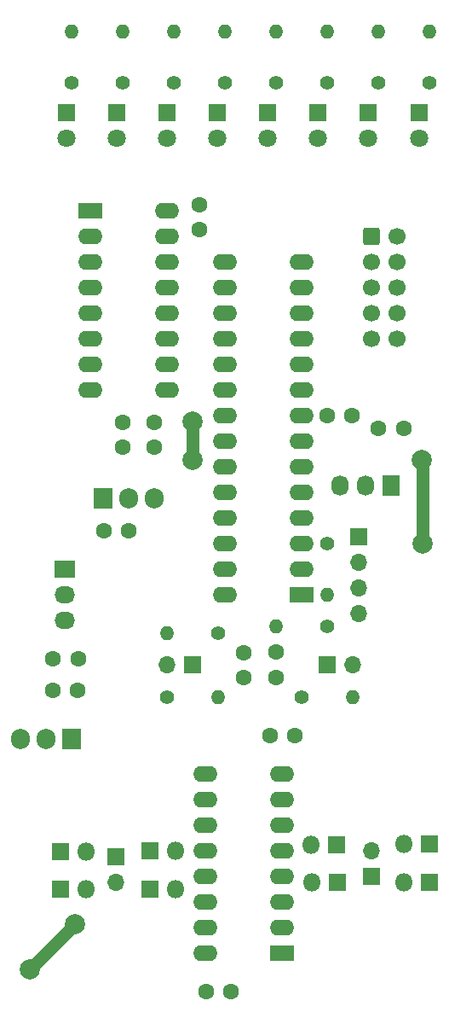
<source format=gbr>
%TF.GenerationSoftware,KiCad,Pcbnew,7.0.1*%
%TF.CreationDate,2023-03-14T16:08:26+01:00*%
%TF.ProjectId,CxCat,43784361-742e-46b6-9963-61645f706362,rev?*%
%TF.SameCoordinates,Original*%
%TF.FileFunction,Copper,L1,Top*%
%TF.FilePolarity,Positive*%
%FSLAX46Y46*%
G04 Gerber Fmt 4.6, Leading zero omitted, Abs format (unit mm)*
G04 Created by KiCad (PCBNEW 7.0.1) date 2023-03-14 16:08:26*
%MOMM*%
%LPD*%
G01*
G04 APERTURE LIST*
G04 Aperture macros list*
%AMRoundRect*
0 Rectangle with rounded corners*
0 $1 Rounding radius*
0 $2 $3 $4 $5 $6 $7 $8 $9 X,Y pos of 4 corners*
0 Add a 4 corners polygon primitive as box body*
4,1,4,$2,$3,$4,$5,$6,$7,$8,$9,$2,$3,0*
0 Add four circle primitives for the rounded corners*
1,1,$1+$1,$2,$3*
1,1,$1+$1,$4,$5*
1,1,$1+$1,$6,$7*
1,1,$1+$1,$8,$9*
0 Add four rect primitives between the rounded corners*
20,1,$1+$1,$2,$3,$4,$5,0*
20,1,$1+$1,$4,$5,$6,$7,0*
20,1,$1+$1,$6,$7,$8,$9,0*
20,1,$1+$1,$8,$9,$2,$3,0*%
G04 Aperture macros list end*
%TA.AperFunction,ComponentPad*%
%ADD10C,1.600000*%
%TD*%
%TA.AperFunction,ComponentPad*%
%ADD11C,1.400000*%
%TD*%
%TA.AperFunction,ComponentPad*%
%ADD12O,1.400000X1.400000*%
%TD*%
%TA.AperFunction,ComponentPad*%
%ADD13R,1.700000X1.700000*%
%TD*%
%TA.AperFunction,ComponentPad*%
%ADD14O,1.700000X1.700000*%
%TD*%
%TA.AperFunction,ComponentPad*%
%ADD15R,2.030000X1.730000*%
%TD*%
%TA.AperFunction,ComponentPad*%
%ADD16O,2.030000X1.730000*%
%TD*%
%TA.AperFunction,ComponentPad*%
%ADD17R,1.730000X2.030000*%
%TD*%
%TA.AperFunction,ComponentPad*%
%ADD18O,1.730000X2.030000*%
%TD*%
%TA.AperFunction,ComponentPad*%
%ADD19R,2.400000X1.600000*%
%TD*%
%TA.AperFunction,ComponentPad*%
%ADD20O,2.400000X1.600000*%
%TD*%
%TA.AperFunction,ComponentPad*%
%ADD21RoundRect,0.250000X-0.600000X-0.600000X0.600000X-0.600000X0.600000X0.600000X-0.600000X0.600000X0*%
%TD*%
%TA.AperFunction,ComponentPad*%
%ADD22C,1.700000*%
%TD*%
%TA.AperFunction,ComponentPad*%
%ADD23R,1.800000X1.800000*%
%TD*%
%TA.AperFunction,ComponentPad*%
%ADD24O,1.800000X1.800000*%
%TD*%
%TA.AperFunction,ComponentPad*%
%ADD25C,1.800000*%
%TD*%
%TA.AperFunction,ComponentPad*%
%ADD26R,1.905000X2.000000*%
%TD*%
%TA.AperFunction,ComponentPad*%
%ADD27O,1.905000X2.000000*%
%TD*%
%TA.AperFunction,ViaPad*%
%ADD28C,2.000000*%
%TD*%
%TA.AperFunction,Conductor*%
%ADD29C,1.240000*%
%TD*%
G04 APERTURE END LIST*
D10*
%TO.P,C1,1*%
%TO.N,+5V*%
X58380000Y-78740000D03*
%TO.P,C1,2*%
%TO.N,GND*%
X55880000Y-78740000D03*
%TD*%
D11*
%TO.P,R11,1*%
%TO.N,Net-(R10-Pad2)*%
X40005000Y-106680000D03*
D12*
%TO.P,R11,2*%
%TO.N,/Input right/STATE*%
X45085000Y-106680000D03*
%TD*%
D10*
%TO.P,C9,1*%
%TO.N,VCC*%
X31135000Y-102870000D03*
%TO.P,C9,2*%
%TO.N,GND*%
X28635000Y-102870000D03*
%TD*%
D13*
%TO.P,M1,1,+*%
%TO.N,Net-(D15-A)*%
X60325000Y-124460000D03*
D14*
%TO.P,M1,2,-*%
%TO.N,Net-(D11-A)*%
X60325000Y-121920000D03*
%TD*%
D15*
%TO.P,J3,1,Pin_1*%
%TO.N,GND*%
X29845000Y-93980000D03*
D16*
%TO.P,J3,2,Pin_2*%
%TO.N,unconnected-(J3-Pin_2-Pad2)*%
X29845000Y-96520000D03*
%TO.P,J3,3,Pin_3*%
%TO.N,VCC*%
X29845000Y-99060000D03*
%TD*%
D17*
%TO.P,J2,1,Pin_1*%
%TO.N,GND*%
X62230000Y-85725000D03*
D18*
%TO.P,J2,2,Pin_2*%
%TO.N,Net-(J2-Pin_2)*%
X59690000Y-85725000D03*
%TO.P,J2,3,Pin_3*%
%TO.N,+5V*%
X57150000Y-85725000D03*
%TD*%
D19*
%TO.P,U3,1,EN1\u002C2*%
%TO.N,/Engines/1-2 ENABLE*%
X51435000Y-132080000D03*
D20*
%TO.P,U3,2,1A*%
%TO.N,/Engines/1*%
X51435000Y-129540000D03*
%TO.P,U3,3,1Y*%
%TO.N,Net-(D15-A)*%
X51435000Y-127000000D03*
%TO.P,U3,4,GND*%
%TO.N,GND*%
X51435000Y-124460000D03*
%TO.P,U3,5,GND*%
X51435000Y-121920000D03*
%TO.P,U3,6,2Y*%
%TO.N,Net-(D11-A)*%
X51435000Y-119380000D03*
%TO.P,U3,7,2A*%
%TO.N,/Engines/2*%
X51435000Y-116840000D03*
%TO.P,U3,8,VCC2*%
%TO.N,Net-(D11-K)*%
X51435000Y-114300000D03*
%TO.P,U3,9,EN3\u002C4*%
%TO.N,/Engines/3-4 ENABLE*%
X43815000Y-114300000D03*
%TO.P,U3,10,3A*%
%TO.N,/Engines/3*%
X43815000Y-116840000D03*
%TO.P,U3,11,3Y*%
%TO.N,Net-(D13-A)*%
X43815000Y-119380000D03*
%TO.P,U3,12,GND*%
%TO.N,GND*%
X43815000Y-121920000D03*
%TO.P,U3,13,GND*%
X43815000Y-124460000D03*
%TO.P,U3,14,4Y*%
%TO.N,Net-(D10-K)*%
X43815000Y-127000000D03*
%TO.P,U3,15,4A*%
%TO.N,/Engines/4*%
X43815000Y-129540000D03*
%TO.P,U3,16,VCC1*%
%TO.N,Net-(D11-K)*%
X43815000Y-132080000D03*
%TD*%
D13*
%TO.P,J4,1,Pin_1*%
%TO.N,GND*%
X59055000Y-90805000D03*
D14*
%TO.P,J4,2,Pin_2*%
%TO.N,Net-(J4-Pin_2)*%
X59055000Y-93345000D03*
%TO.P,J4,3,Pin_3*%
%TO.N,Net-(J4-Pin_3)*%
X59055000Y-95885000D03*
%TO.P,J4,4,Pin_4*%
%TO.N,+5V*%
X59055000Y-98425000D03*
%TD*%
D11*
%TO.P,R14,1*%
%TO.N,+5V*%
X53340000Y-106680000D03*
D12*
%TO.P,R14,2*%
%TO.N,Net-(R14-Pad2)*%
X58420000Y-106680000D03*
%TD*%
D21*
%TO.P,J1,1,MOSI*%
%TO.N,/Eyes/DATA*%
X60325000Y-60960000D03*
D22*
%TO.P,J1,2,VCC*%
%TO.N,+5V*%
X62865000Y-60960000D03*
%TO.P,J1,3,NC*%
%TO.N,unconnected-(J1-NC-Pad3)*%
X60325000Y-63500000D03*
%TO.P,J1,4,GND*%
%TO.N,GND*%
X62865000Y-63500000D03*
%TO.P,J1,5,~{RST}*%
%TO.N,Net-(J1-~{RST})*%
X60325000Y-66040000D03*
%TO.P,J1,6,GND*%
%TO.N,GND*%
X62865000Y-66040000D03*
%TO.P,J1,7,SCK*%
%TO.N,/Eyes/CLOCK*%
X60325000Y-68580000D03*
%TO.P,J1,8,GND*%
%TO.N,GND*%
X62865000Y-68580000D03*
%TO.P,J1,9,MISO*%
%TO.N,/Eyes/LATCH*%
X60325000Y-71120000D03*
%TO.P,J1,10,GND*%
%TO.N,GND*%
X62865000Y-71120000D03*
%TD*%
D19*
%TO.P,U5,1,QB*%
%TO.N,Net-(D7-A)*%
X32385000Y-58420000D03*
D20*
%TO.P,U5,2,QC*%
%TO.N,Net-(D6-A)*%
X32385000Y-60960000D03*
%TO.P,U5,3,QD*%
%TO.N,Net-(D5-A)*%
X32385000Y-63500000D03*
%TO.P,U5,4,QE*%
%TO.N,Net-(D4-A)*%
X32385000Y-66040000D03*
%TO.P,U5,5,QF*%
%TO.N,Net-(D3-A)*%
X32385000Y-68580000D03*
%TO.P,U5,6,QG*%
%TO.N,Net-(D2-A)*%
X32385000Y-71120000D03*
%TO.P,U5,7,QH*%
%TO.N,Net-(D1-A)*%
X32385000Y-73660000D03*
%TO.P,U5,8,GND*%
%TO.N,GND*%
X32385000Y-76200000D03*
%TO.P,U5,9,QH'*%
%TO.N,unconnected-(U5-QH'-Pad9)*%
X40005000Y-76200000D03*
%TO.P,U5,10,~{SRCLR}*%
%TO.N,+5V*%
X40005000Y-73660000D03*
%TO.P,U5,11,SRCLK*%
%TO.N,/Eyes/CLOCK*%
X40005000Y-71120000D03*
%TO.P,U5,12,RCLK*%
%TO.N,/Eyes/LATCH*%
X40005000Y-68580000D03*
%TO.P,U5,13,~{OE}*%
%TO.N,GND*%
X40005000Y-66040000D03*
%TO.P,U5,14,SER*%
%TO.N,/Eyes/DATA*%
X40005000Y-63500000D03*
%TO.P,U5,15,QA*%
%TO.N,Net-(D8-A)*%
X40005000Y-60960000D03*
%TO.P,U5,16,VCC*%
%TO.N,+5V*%
X40005000Y-58420000D03*
%TD*%
D13*
%TO.P,M2,1,+*%
%TO.N,Net-(D13-A)*%
X34925000Y-122550000D03*
D14*
%TO.P,M2,2,-*%
%TO.N,Net-(D10-K)*%
X34925000Y-125090000D03*
%TD*%
D23*
%TO.P,D11,1,K*%
%TO.N,Net-(D11-K)*%
X66040000Y-121285000D03*
D24*
%TO.P,D11,2,A*%
%TO.N,Net-(D11-A)*%
X63500000Y-121285000D03*
%TD*%
D10*
%TO.P,C6,1*%
%TO.N,VCC*%
X36175000Y-90170000D03*
%TO.P,C6,2*%
%TO.N,GND*%
X33675000Y-90170000D03*
%TD*%
D23*
%TO.P,D10,1,K*%
%TO.N,Net-(D10-K)*%
X38325000Y-125730000D03*
D24*
%TO.P,D10,2,A*%
%TO.N,GND*%
X40865000Y-125730000D03*
%TD*%
D23*
%TO.P,D7,1,K*%
%TO.N,Net-(D7-K)*%
X30000000Y-48725000D03*
D25*
%TO.P,D7,2,A*%
%TO.N,Net-(D7-A)*%
X30000000Y-51265000D03*
%TD*%
D23*
%TO.P,D2,1,K*%
%TO.N,Net-(D2-K)*%
X55000000Y-48725000D03*
D25*
%TO.P,D2,2,A*%
%TO.N,Net-(D2-A)*%
X55000000Y-51265000D03*
%TD*%
D10*
%TO.P,C3,1*%
%TO.N,Net-(D11-K)*%
X52705000Y-110490000D03*
%TO.P,C3,2*%
%TO.N,GND*%
X50205000Y-110490000D03*
%TD*%
D11*
%TO.P,R9,1*%
%TO.N,Net-(D8-K)*%
X66040000Y-45720000D03*
D12*
%TO.P,R9,2*%
%TO.N,GND*%
X66040000Y-40640000D03*
%TD*%
D11*
%TO.P,R8,1*%
%TO.N,Net-(D7-K)*%
X30480000Y-45720000D03*
D12*
%TO.P,R8,2*%
%TO.N,GND*%
X30480000Y-40640000D03*
%TD*%
D11*
%TO.P,R5,1*%
%TO.N,Net-(D4-K)*%
X45720000Y-45720000D03*
D12*
%TO.P,R5,2*%
%TO.N,GND*%
X45720000Y-40640000D03*
%TD*%
D23*
%TO.P,D5,1,K*%
%TO.N,Net-(D5-K)*%
X40000000Y-48725000D03*
D25*
%TO.P,D5,2,A*%
%TO.N,Net-(D5-A)*%
X40000000Y-51265000D03*
%TD*%
D10*
%TO.P,C5,1*%
%TO.N,VCC*%
X31115000Y-106045000D03*
%TO.P,C5,2*%
%TO.N,GND*%
X28615000Y-106045000D03*
%TD*%
D11*
%TO.P,R10,1*%
%TO.N,+5V*%
X45085000Y-100330000D03*
D12*
%TO.P,R10,2*%
%TO.N,Net-(R10-Pad2)*%
X40005000Y-100330000D03*
%TD*%
D19*
%TO.P,U2,1,PC6/~{RESET}*%
%TO.N,Net-(J1-~{RST})*%
X53340000Y-96520000D03*
D20*
%TO.P,U2,2,PD0*%
%TO.N,Net-(J4-Pin_3)*%
X53340000Y-93980000D03*
%TO.P,U2,3,PD1*%
%TO.N,Net-(J4-Pin_2)*%
X53340000Y-91440000D03*
%TO.P,U2,4,PD2*%
%TO.N,/Input left/STATE*%
X53340000Y-88900000D03*
%TO.P,U2,5,PD3*%
%TO.N,/Input right/STATE*%
X53340000Y-86360000D03*
%TO.P,U2,6,PD4*%
%TO.N,Net-(J2-Pin_2)*%
X53340000Y-83820000D03*
%TO.P,U2,7,VCC*%
%TO.N,+5V*%
X53340000Y-81280000D03*
%TO.P,U2,8,GND*%
%TO.N,GND*%
X53340000Y-78740000D03*
%TO.P,U2,9,PB6/XTAL1*%
%TO.N,unconnected-(U2-PB6{slash}XTAL1-Pad9)*%
X53340000Y-76200000D03*
%TO.P,U2,10,PB7/XTAL2*%
%TO.N,unconnected-(U2-PB7{slash}XTAL2-Pad10)*%
X53340000Y-73660000D03*
%TO.P,U2,11,PD5*%
%TO.N,unconnected-(U2-PD5-Pad11)*%
X53340000Y-71120000D03*
%TO.P,U2,12,PD6*%
%TO.N,unconnected-(U2-PD6-Pad12)*%
X53340000Y-68580000D03*
%TO.P,U2,13,PD7*%
%TO.N,unconnected-(U2-PD7-Pad13)*%
X53340000Y-66040000D03*
%TO.P,U2,14,PB0*%
%TO.N,unconnected-(U2-PB0-Pad14)*%
X53340000Y-63500000D03*
%TO.P,U2,15,PB1*%
%TO.N,unconnected-(U2-PB1-Pad15)*%
X45720000Y-63500000D03*
%TO.P,U2,16,PB2*%
%TO.N,unconnected-(U2-PB2-Pad16)*%
X45720000Y-66040000D03*
%TO.P,U2,17,PB3*%
%TO.N,/Eyes/DATA*%
X45720000Y-68580000D03*
%TO.P,U2,18,PB4*%
%TO.N,/Eyes/LATCH*%
X45720000Y-71120000D03*
%TO.P,U2,19,PB5*%
%TO.N,/Eyes/CLOCK*%
X45720000Y-73660000D03*
%TO.P,U2,20,AVCC*%
%TO.N,+5V*%
X45720000Y-76200000D03*
%TO.P,U2,21,AREF*%
%TO.N,unconnected-(U2-AREF-Pad21)*%
X45720000Y-78740000D03*
%TO.P,U2,22,AGND*%
%TO.N,GND*%
X45720000Y-81280000D03*
%TO.P,U2,23,PC0*%
%TO.N,/Engines/2*%
X45720000Y-83820000D03*
%TO.P,U2,24,PC1*%
%TO.N,/Engines/1*%
X45720000Y-86360000D03*
%TO.P,U2,25,PC2*%
%TO.N,/Engines/1-2 ENABLE*%
X45720000Y-88900000D03*
%TO.P,U2,26,PC3*%
%TO.N,/Engines/4*%
X45720000Y-91440000D03*
%TO.P,U2,27,PC4*%
%TO.N,/Engines/3*%
X45720000Y-93980000D03*
%TO.P,U2,28,PC5*%
%TO.N,/Engines/3-4 ENABLE*%
X45720000Y-96520000D03*
%TD*%
D23*
%TO.P,D6,1,K*%
%TO.N,Net-(D6-K)*%
X35000000Y-48725000D03*
D25*
%TO.P,D6,2,A*%
%TO.N,Net-(D6-A)*%
X35000000Y-51265000D03*
%TD*%
D23*
%TO.P,D9,1,K*%
%TO.N,Net-(D11-K)*%
X29435000Y-125730000D03*
D24*
%TO.P,D9,2,A*%
%TO.N,Net-(D10-K)*%
X31975000Y-125730000D03*
%TD*%
D11*
%TO.P,R2,1*%
%TO.N,Net-(D1-K)*%
X60960000Y-45720000D03*
D12*
%TO.P,R2,2*%
%TO.N,GND*%
X60960000Y-40640000D03*
%TD*%
D23*
%TO.P,D14,1,K*%
%TO.N,Net-(D13-A)*%
X38325000Y-121920000D03*
D24*
%TO.P,D14,2,A*%
%TO.N,GND*%
X40865000Y-121920000D03*
%TD*%
D23*
%TO.P,D13,1,K*%
%TO.N,Net-(D11-K)*%
X29371209Y-121980096D03*
D24*
%TO.P,D13,2,A*%
%TO.N,Net-(D13-A)*%
X31911209Y-121980096D03*
%TD*%
D23*
%TO.P,D1,1,K*%
%TO.N,Net-(D1-K)*%
X60000000Y-48725000D03*
D25*
%TO.P,D1,2,A*%
%TO.N,Net-(D1-A)*%
X60000000Y-51265000D03*
%TD*%
D11*
%TO.P,R6,1*%
%TO.N,Net-(D5-K)*%
X40640000Y-45720000D03*
D12*
%TO.P,R6,2*%
%TO.N,GND*%
X40640000Y-40640000D03*
%TD*%
D26*
%TO.P,U1,1,IN*%
%TO.N,VCC*%
X30480000Y-110815000D03*
D27*
%TO.P,U1,2,GND*%
%TO.N,GND*%
X27940000Y-110815000D03*
%TO.P,U1,3,OUT*%
%TO.N,Net-(D11-K)*%
X25400000Y-110815000D03*
%TD*%
D13*
%TO.P,SW2,1,1*%
%TO.N,GND*%
X42545000Y-103505000D03*
D14*
%TO.P,SW2,2,2*%
%TO.N,Net-(R10-Pad2)*%
X40005000Y-103505000D03*
%TD*%
D10*
%TO.P,C13,1*%
%TO.N,+5V*%
X50800000Y-104735000D03*
%TO.P,C13,2*%
%TO.N,/Input left/STATE*%
X50800000Y-102235000D03*
%TD*%
%TO.P,C10,1*%
%TO.N,+5V*%
X60980000Y-80010000D03*
%TO.P,C10,2*%
%TO.N,GND*%
X63480000Y-80010000D03*
%TD*%
%TO.P,C7,1*%
%TO.N,+5V*%
X35560000Y-81915000D03*
%TO.P,C7,2*%
%TO.N,GND*%
X35560000Y-79415000D03*
%TD*%
D11*
%TO.P,R4,1*%
%TO.N,Net-(D3-K)*%
X50800000Y-45720000D03*
D12*
%TO.P,R4,2*%
%TO.N,GND*%
X50800000Y-40640000D03*
%TD*%
D26*
%TO.P,U4,1,GND*%
%TO.N,GND*%
X33655000Y-86995000D03*
D27*
%TO.P,U4,2,VO*%
%TO.N,+5V*%
X36195000Y-86995000D03*
%TO.P,U4,3,VI*%
%TO.N,VCC*%
X38735000Y-86995000D03*
%TD*%
D23*
%TO.P,D16,1,K*%
%TO.N,Net-(D15-A)*%
X56925000Y-125095000D03*
D24*
%TO.P,D16,2,A*%
%TO.N,GND*%
X54385000Y-125095000D03*
%TD*%
D23*
%TO.P,D3,1,K*%
%TO.N,Net-(D3-K)*%
X50000000Y-48725000D03*
D25*
%TO.P,D3,2,A*%
%TO.N,Net-(D3-A)*%
X50000000Y-51265000D03*
%TD*%
D11*
%TO.P,R3,1*%
%TO.N,Net-(D2-K)*%
X55880000Y-45720000D03*
D12*
%TO.P,R3,2*%
%TO.N,GND*%
X55880000Y-40640000D03*
%TD*%
D11*
%TO.P,R15,1*%
%TO.N,Net-(R14-Pad2)*%
X55880000Y-99695000D03*
D12*
%TO.P,R15,2*%
%TO.N,/Input left/STATE*%
X50800000Y-99695000D03*
%TD*%
D23*
%TO.P,D4,1,K*%
%TO.N,Net-(D4-K)*%
X45000000Y-48725000D03*
D25*
%TO.P,D4,2,A*%
%TO.N,Net-(D4-A)*%
X45000000Y-51265000D03*
%TD*%
D23*
%TO.P,D12,1,K*%
%TO.N,Net-(D11-A)*%
X56812063Y-121321651D03*
D24*
%TO.P,D12,2,A*%
%TO.N,GND*%
X54272063Y-121321651D03*
%TD*%
D10*
%TO.P,C11,1*%
%TO.N,+5V*%
X47625000Y-102255000D03*
%TO.P,C11,2*%
%TO.N,/Input right/STATE*%
X47625000Y-104755000D03*
%TD*%
%TO.P,C2,1*%
%TO.N,+5V*%
X38735000Y-81895000D03*
%TO.P,C2,2*%
%TO.N,GND*%
X38735000Y-79395000D03*
%TD*%
%TO.P,C8,1*%
%TO.N,+5V*%
X43180000Y-57805000D03*
%TO.P,C8,2*%
%TO.N,GND*%
X43180000Y-60305000D03*
%TD*%
D11*
%TO.P,R7,1*%
%TO.N,Net-(D6-K)*%
X35560000Y-45720000D03*
D12*
%TO.P,R7,2*%
%TO.N,GND*%
X35560000Y-40640000D03*
%TD*%
D10*
%TO.P,C4,1*%
%TO.N,Net-(D11-K)*%
X43835000Y-135890000D03*
%TO.P,C4,2*%
%TO.N,GND*%
X46335000Y-135890000D03*
%TD*%
D23*
%TO.P,D8,1,K*%
%TO.N,Net-(D8-K)*%
X65000000Y-48725000D03*
D25*
%TO.P,D8,2,A*%
%TO.N,Net-(D8-A)*%
X65000000Y-51265000D03*
%TD*%
D23*
%TO.P,D15,1,K*%
%TO.N,Net-(D11-K)*%
X66040000Y-125095000D03*
D24*
%TO.P,D15,2,A*%
%TO.N,Net-(D15-A)*%
X63500000Y-125095000D03*
%TD*%
D11*
%TO.P,R1,1*%
%TO.N,+5V*%
X55880000Y-91440000D03*
D12*
%TO.P,R1,2*%
%TO.N,Net-(J1-~{RST})*%
X55880000Y-96520000D03*
%TD*%
D13*
%TO.P,SW3,1,1*%
%TO.N,GND*%
X55875000Y-103505000D03*
D14*
%TO.P,SW3,2,2*%
%TO.N,Net-(R14-Pad2)*%
X58415000Y-103505000D03*
%TD*%
D28*
%TO.N,+5V*%
X42545000Y-79375000D03*
X42545000Y-83185000D03*
%TO.N,GND*%
X65405000Y-91440000D03*
X65299500Y-83185000D03*
%TO.N,Net-(D11-K)*%
X26352500Y-133667500D03*
X30797500Y-129222500D03*
%TD*%
D29*
%TO.N,+5V*%
X42545000Y-83185000D02*
X42545000Y-79375000D01*
%TO.N,GND*%
X65299500Y-91334500D02*
X65405000Y-91440000D01*
X65405000Y-83290500D02*
X65299500Y-83185000D01*
X65405000Y-91440000D02*
X65405000Y-83290500D01*
%TO.N,Net-(D11-K)*%
X26352500Y-133667500D02*
X30797500Y-129222500D01*
%TD*%
M02*

</source>
